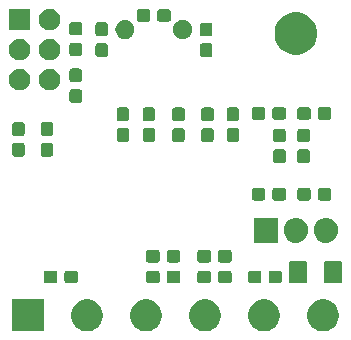
<source format=gbr>
G04 #@! TF.GenerationSoftware,KiCad,Pcbnew,5.1.6-c6e7f7d~86~ubuntu18.04.1*
G04 #@! TF.CreationDate,2020-05-23T21:04:01+02:00*
G04 #@! TF.ProjectId,sci2can,73636932-6361-46e2-9e6b-696361645f70,1.00*
G04 #@! TF.SameCoordinates,Original*
G04 #@! TF.FileFunction,Soldermask,Bot*
G04 #@! TF.FilePolarity,Negative*
%FSLAX46Y46*%
G04 Gerber Fmt 4.6, Leading zero omitted, Abs format (unit mm)*
G04 Created by KiCad (PCBNEW 5.1.6-c6e7f7d~86~ubuntu18.04.1) date 2020-05-23 21:04:01*
%MOMM*%
%LPD*%
G01*
G04 APERTURE LIST*
%ADD10C,0.100000*%
G04 APERTURE END LIST*
D10*
G36*
X224594072Y-158350918D02*
G01*
X224839939Y-158452759D01*
X225061212Y-158600610D01*
X225249390Y-158788788D01*
X225397241Y-159010061D01*
X225499082Y-159255928D01*
X225551000Y-159516938D01*
X225551000Y-159783062D01*
X225499082Y-160044072D01*
X225397241Y-160289939D01*
X225249390Y-160511212D01*
X225061212Y-160699390D01*
X224839939Y-160847241D01*
X224839938Y-160847242D01*
X224839937Y-160847242D01*
X224594072Y-160949082D01*
X224333063Y-161001000D01*
X224066937Y-161001000D01*
X223805928Y-160949082D01*
X223560063Y-160847242D01*
X223560062Y-160847242D01*
X223560061Y-160847241D01*
X223338788Y-160699390D01*
X223150610Y-160511212D01*
X223002759Y-160289939D01*
X222900918Y-160044072D01*
X222849000Y-159783062D01*
X222849000Y-159516938D01*
X222900918Y-159255928D01*
X223002759Y-159010061D01*
X223150610Y-158788788D01*
X223338788Y-158600610D01*
X223560061Y-158452759D01*
X223805928Y-158350918D01*
X224066937Y-158299000D01*
X224333063Y-158299000D01*
X224594072Y-158350918D01*
G37*
G36*
X214594072Y-158350918D02*
G01*
X214839939Y-158452759D01*
X215061212Y-158600610D01*
X215249390Y-158788788D01*
X215397241Y-159010061D01*
X215499082Y-159255928D01*
X215551000Y-159516938D01*
X215551000Y-159783062D01*
X215499082Y-160044072D01*
X215397241Y-160289939D01*
X215249390Y-160511212D01*
X215061212Y-160699390D01*
X214839939Y-160847241D01*
X214839938Y-160847242D01*
X214839937Y-160847242D01*
X214594072Y-160949082D01*
X214333063Y-161001000D01*
X214066937Y-161001000D01*
X213805928Y-160949082D01*
X213560063Y-160847242D01*
X213560062Y-160847242D01*
X213560061Y-160847241D01*
X213338788Y-160699390D01*
X213150610Y-160511212D01*
X213002759Y-160289939D01*
X212900918Y-160044072D01*
X212849000Y-159783062D01*
X212849000Y-159516938D01*
X212900918Y-159255928D01*
X213002759Y-159010061D01*
X213150610Y-158788788D01*
X213338788Y-158600610D01*
X213560061Y-158452759D01*
X213805928Y-158350918D01*
X214066937Y-158299000D01*
X214333063Y-158299000D01*
X214594072Y-158350918D01*
G37*
G36*
X209594072Y-158350918D02*
G01*
X209839939Y-158452759D01*
X210061212Y-158600610D01*
X210249390Y-158788788D01*
X210397241Y-159010061D01*
X210499082Y-159255928D01*
X210551000Y-159516938D01*
X210551000Y-159783062D01*
X210499082Y-160044072D01*
X210397241Y-160289939D01*
X210249390Y-160511212D01*
X210061212Y-160699390D01*
X209839939Y-160847241D01*
X209839938Y-160847242D01*
X209839937Y-160847242D01*
X209594072Y-160949082D01*
X209333063Y-161001000D01*
X209066937Y-161001000D01*
X208805928Y-160949082D01*
X208560063Y-160847242D01*
X208560062Y-160847242D01*
X208560061Y-160847241D01*
X208338788Y-160699390D01*
X208150610Y-160511212D01*
X208002759Y-160289939D01*
X207900918Y-160044072D01*
X207849000Y-159783062D01*
X207849000Y-159516938D01*
X207900918Y-159255928D01*
X208002759Y-159010061D01*
X208150610Y-158788788D01*
X208338788Y-158600610D01*
X208560061Y-158452759D01*
X208805928Y-158350918D01*
X209066937Y-158299000D01*
X209333063Y-158299000D01*
X209594072Y-158350918D01*
G37*
G36*
X204594072Y-158350918D02*
G01*
X204839939Y-158452759D01*
X205061212Y-158600610D01*
X205249390Y-158788788D01*
X205397241Y-159010061D01*
X205499082Y-159255928D01*
X205551000Y-159516938D01*
X205551000Y-159783062D01*
X205499082Y-160044072D01*
X205397241Y-160289939D01*
X205249390Y-160511212D01*
X205061212Y-160699390D01*
X204839939Y-160847241D01*
X204839938Y-160847242D01*
X204839937Y-160847242D01*
X204594072Y-160949082D01*
X204333063Y-161001000D01*
X204066937Y-161001000D01*
X203805928Y-160949082D01*
X203560063Y-160847242D01*
X203560062Y-160847242D01*
X203560061Y-160847241D01*
X203338788Y-160699390D01*
X203150610Y-160511212D01*
X203002759Y-160289939D01*
X202900918Y-160044072D01*
X202849000Y-159783062D01*
X202849000Y-159516938D01*
X202900918Y-159255928D01*
X203002759Y-159010061D01*
X203150610Y-158788788D01*
X203338788Y-158600610D01*
X203560061Y-158452759D01*
X203805928Y-158350918D01*
X204066937Y-158299000D01*
X204333063Y-158299000D01*
X204594072Y-158350918D01*
G37*
G36*
X200551000Y-161001000D02*
G01*
X197849000Y-161001000D01*
X197849000Y-158299000D01*
X200551000Y-158299000D01*
X200551000Y-161001000D01*
G37*
G36*
X219594072Y-158350918D02*
G01*
X219839939Y-158452759D01*
X220061212Y-158600610D01*
X220249390Y-158788788D01*
X220397241Y-159010061D01*
X220499082Y-159255928D01*
X220551000Y-159516938D01*
X220551000Y-159783062D01*
X220499082Y-160044072D01*
X220397241Y-160289939D01*
X220249390Y-160511212D01*
X220061212Y-160699390D01*
X219839939Y-160847241D01*
X219839938Y-160847242D01*
X219839937Y-160847242D01*
X219594072Y-160949082D01*
X219333063Y-161001000D01*
X219066937Y-161001000D01*
X218805928Y-160949082D01*
X218560063Y-160847242D01*
X218560062Y-160847242D01*
X218560061Y-160847241D01*
X218338788Y-160699390D01*
X218150610Y-160511212D01*
X218002759Y-160289939D01*
X217900918Y-160044072D01*
X217849000Y-159783062D01*
X217849000Y-159516938D01*
X217900918Y-159255928D01*
X218002759Y-159010061D01*
X218150610Y-158788788D01*
X218338788Y-158600610D01*
X218560061Y-158452759D01*
X218805928Y-158350918D01*
X219066937Y-158299000D01*
X219333063Y-158299000D01*
X219594072Y-158350918D01*
G37*
G36*
X214539499Y-155878445D02*
G01*
X214576995Y-155889820D01*
X214611554Y-155908292D01*
X214641847Y-155933153D01*
X214666708Y-155963446D01*
X214685180Y-155998005D01*
X214696555Y-156035501D01*
X214701000Y-156080638D01*
X214701000Y-156719362D01*
X214696555Y-156764499D01*
X214685180Y-156801995D01*
X214666708Y-156836554D01*
X214641847Y-156866847D01*
X214611554Y-156891708D01*
X214576995Y-156910180D01*
X214539499Y-156921555D01*
X214494362Y-156926000D01*
X213755638Y-156926000D01*
X213710501Y-156921555D01*
X213673005Y-156910180D01*
X213638446Y-156891708D01*
X213608153Y-156866847D01*
X213583292Y-156836554D01*
X213564820Y-156801995D01*
X213553445Y-156764499D01*
X213549000Y-156719362D01*
X213549000Y-156080638D01*
X213553445Y-156035501D01*
X213564820Y-155998005D01*
X213583292Y-155963446D01*
X213608153Y-155933153D01*
X213638446Y-155908292D01*
X213673005Y-155889820D01*
X213710501Y-155878445D01*
X213755638Y-155874000D01*
X214494362Y-155874000D01*
X214539499Y-155878445D01*
G37*
G36*
X210189499Y-155878445D02*
G01*
X210226995Y-155889820D01*
X210261554Y-155908292D01*
X210291847Y-155933153D01*
X210316708Y-155963446D01*
X210335180Y-155998005D01*
X210346555Y-156035501D01*
X210351000Y-156080638D01*
X210351000Y-156719362D01*
X210346555Y-156764499D01*
X210335180Y-156801995D01*
X210316708Y-156836554D01*
X210291847Y-156866847D01*
X210261554Y-156891708D01*
X210226995Y-156910180D01*
X210189499Y-156921555D01*
X210144362Y-156926000D01*
X209405638Y-156926000D01*
X209360501Y-156921555D01*
X209323005Y-156910180D01*
X209288446Y-156891708D01*
X209258153Y-156866847D01*
X209233292Y-156836554D01*
X209214820Y-156801995D01*
X209203445Y-156764499D01*
X209199000Y-156719362D01*
X209199000Y-156080638D01*
X209203445Y-156035501D01*
X209214820Y-155998005D01*
X209233292Y-155963446D01*
X209258153Y-155933153D01*
X209288446Y-155908292D01*
X209323005Y-155889820D01*
X209360501Y-155878445D01*
X209405638Y-155874000D01*
X210144362Y-155874000D01*
X210189499Y-155878445D01*
G37*
G36*
X211939499Y-155878445D02*
G01*
X211976995Y-155889820D01*
X212011554Y-155908292D01*
X212041847Y-155933153D01*
X212066708Y-155963446D01*
X212085180Y-155998005D01*
X212096555Y-156035501D01*
X212101000Y-156080638D01*
X212101000Y-156719362D01*
X212096555Y-156764499D01*
X212085180Y-156801995D01*
X212066708Y-156836554D01*
X212041847Y-156866847D01*
X212011554Y-156891708D01*
X211976995Y-156910180D01*
X211939499Y-156921555D01*
X211894362Y-156926000D01*
X211155638Y-156926000D01*
X211110501Y-156921555D01*
X211073005Y-156910180D01*
X211038446Y-156891708D01*
X211008153Y-156866847D01*
X210983292Y-156836554D01*
X210964820Y-156801995D01*
X210953445Y-156764499D01*
X210949000Y-156719362D01*
X210949000Y-156080638D01*
X210953445Y-156035501D01*
X210964820Y-155998005D01*
X210983292Y-155963446D01*
X211008153Y-155933153D01*
X211038446Y-155908292D01*
X211073005Y-155889820D01*
X211110501Y-155878445D01*
X211155638Y-155874000D01*
X211894362Y-155874000D01*
X211939499Y-155878445D01*
G37*
G36*
X225650562Y-155078181D02*
G01*
X225685481Y-155088774D01*
X225717663Y-155105976D01*
X225745873Y-155129127D01*
X225769024Y-155157337D01*
X225786226Y-155189519D01*
X225796819Y-155224438D01*
X225801000Y-155266895D01*
X225801000Y-156733105D01*
X225796819Y-156775562D01*
X225786226Y-156810481D01*
X225769024Y-156842663D01*
X225745873Y-156870873D01*
X225717663Y-156894024D01*
X225685481Y-156911226D01*
X225650562Y-156921819D01*
X225608105Y-156926000D01*
X224466895Y-156926000D01*
X224424438Y-156921819D01*
X224389519Y-156911226D01*
X224357337Y-156894024D01*
X224329127Y-156870873D01*
X224305976Y-156842663D01*
X224288774Y-156810481D01*
X224278181Y-156775562D01*
X224274000Y-156733105D01*
X224274000Y-155266895D01*
X224278181Y-155224438D01*
X224288774Y-155189519D01*
X224305976Y-155157337D01*
X224329127Y-155129127D01*
X224357337Y-155105976D01*
X224389519Y-155088774D01*
X224424438Y-155078181D01*
X224466895Y-155074000D01*
X225608105Y-155074000D01*
X225650562Y-155078181D01*
G37*
G36*
X222675562Y-155078181D02*
G01*
X222710481Y-155088774D01*
X222742663Y-155105976D01*
X222770873Y-155129127D01*
X222794024Y-155157337D01*
X222811226Y-155189519D01*
X222821819Y-155224438D01*
X222826000Y-155266895D01*
X222826000Y-156733105D01*
X222821819Y-156775562D01*
X222811226Y-156810481D01*
X222794024Y-156842663D01*
X222770873Y-156870873D01*
X222742663Y-156894024D01*
X222710481Y-156911226D01*
X222675562Y-156921819D01*
X222633105Y-156926000D01*
X221491895Y-156926000D01*
X221449438Y-156921819D01*
X221414519Y-156911226D01*
X221382337Y-156894024D01*
X221354127Y-156870873D01*
X221330976Y-156842663D01*
X221313774Y-156810481D01*
X221303181Y-156775562D01*
X221299000Y-156733105D01*
X221299000Y-155266895D01*
X221303181Y-155224438D01*
X221313774Y-155189519D01*
X221330976Y-155157337D01*
X221354127Y-155129127D01*
X221382337Y-155105976D01*
X221414519Y-155088774D01*
X221449438Y-155078181D01*
X221491895Y-155074000D01*
X222633105Y-155074000D01*
X222675562Y-155078181D01*
G37*
G36*
X220564499Y-155878445D02*
G01*
X220601995Y-155889820D01*
X220636554Y-155908292D01*
X220666847Y-155933153D01*
X220691708Y-155963446D01*
X220710180Y-155998005D01*
X220721555Y-156035501D01*
X220726000Y-156080638D01*
X220726000Y-156719362D01*
X220721555Y-156764499D01*
X220710180Y-156801995D01*
X220691708Y-156836554D01*
X220666847Y-156866847D01*
X220636554Y-156891708D01*
X220601995Y-156910180D01*
X220564499Y-156921555D01*
X220519362Y-156926000D01*
X219780638Y-156926000D01*
X219735501Y-156921555D01*
X219698005Y-156910180D01*
X219663446Y-156891708D01*
X219633153Y-156866847D01*
X219608292Y-156836554D01*
X219589820Y-156801995D01*
X219578445Y-156764499D01*
X219574000Y-156719362D01*
X219574000Y-156080638D01*
X219578445Y-156035501D01*
X219589820Y-155998005D01*
X219608292Y-155963446D01*
X219633153Y-155933153D01*
X219663446Y-155908292D01*
X219698005Y-155889820D01*
X219735501Y-155878445D01*
X219780638Y-155874000D01*
X220519362Y-155874000D01*
X220564499Y-155878445D01*
G37*
G36*
X218814499Y-155878445D02*
G01*
X218851995Y-155889820D01*
X218886554Y-155908292D01*
X218916847Y-155933153D01*
X218941708Y-155963446D01*
X218960180Y-155998005D01*
X218971555Y-156035501D01*
X218976000Y-156080638D01*
X218976000Y-156719362D01*
X218971555Y-156764499D01*
X218960180Y-156801995D01*
X218941708Y-156836554D01*
X218916847Y-156866847D01*
X218886554Y-156891708D01*
X218851995Y-156910180D01*
X218814499Y-156921555D01*
X218769362Y-156926000D01*
X218030638Y-156926000D01*
X217985501Y-156921555D01*
X217948005Y-156910180D01*
X217913446Y-156891708D01*
X217883153Y-156866847D01*
X217858292Y-156836554D01*
X217839820Y-156801995D01*
X217828445Y-156764499D01*
X217824000Y-156719362D01*
X217824000Y-156080638D01*
X217828445Y-156035501D01*
X217839820Y-155998005D01*
X217858292Y-155963446D01*
X217883153Y-155933153D01*
X217913446Y-155908292D01*
X217948005Y-155889820D01*
X217985501Y-155878445D01*
X218030638Y-155874000D01*
X218769362Y-155874000D01*
X218814499Y-155878445D01*
G37*
G36*
X216289499Y-155878445D02*
G01*
X216326995Y-155889820D01*
X216361554Y-155908292D01*
X216391847Y-155933153D01*
X216416708Y-155963446D01*
X216435180Y-155998005D01*
X216446555Y-156035501D01*
X216451000Y-156080638D01*
X216451000Y-156719362D01*
X216446555Y-156764499D01*
X216435180Y-156801995D01*
X216416708Y-156836554D01*
X216391847Y-156866847D01*
X216361554Y-156891708D01*
X216326995Y-156910180D01*
X216289499Y-156921555D01*
X216244362Y-156926000D01*
X215505638Y-156926000D01*
X215460501Y-156921555D01*
X215423005Y-156910180D01*
X215388446Y-156891708D01*
X215358153Y-156866847D01*
X215333292Y-156836554D01*
X215314820Y-156801995D01*
X215303445Y-156764499D01*
X215299000Y-156719362D01*
X215299000Y-156080638D01*
X215303445Y-156035501D01*
X215314820Y-155998005D01*
X215333292Y-155963446D01*
X215358153Y-155933153D01*
X215388446Y-155908292D01*
X215423005Y-155889820D01*
X215460501Y-155878445D01*
X215505638Y-155874000D01*
X216244362Y-155874000D01*
X216289499Y-155878445D01*
G37*
G36*
X201539499Y-155878445D02*
G01*
X201576995Y-155889820D01*
X201611554Y-155908292D01*
X201641847Y-155933153D01*
X201666708Y-155963446D01*
X201685180Y-155998005D01*
X201696555Y-156035501D01*
X201701000Y-156080638D01*
X201701000Y-156719362D01*
X201696555Y-156764499D01*
X201685180Y-156801995D01*
X201666708Y-156836554D01*
X201641847Y-156866847D01*
X201611554Y-156891708D01*
X201576995Y-156910180D01*
X201539499Y-156921555D01*
X201494362Y-156926000D01*
X200755638Y-156926000D01*
X200710501Y-156921555D01*
X200673005Y-156910180D01*
X200638446Y-156891708D01*
X200608153Y-156866847D01*
X200583292Y-156836554D01*
X200564820Y-156801995D01*
X200553445Y-156764499D01*
X200549000Y-156719362D01*
X200549000Y-156080638D01*
X200553445Y-156035501D01*
X200564820Y-155998005D01*
X200583292Y-155963446D01*
X200608153Y-155933153D01*
X200638446Y-155908292D01*
X200673005Y-155889820D01*
X200710501Y-155878445D01*
X200755638Y-155874000D01*
X201494362Y-155874000D01*
X201539499Y-155878445D01*
G37*
G36*
X203289499Y-155878445D02*
G01*
X203326995Y-155889820D01*
X203361554Y-155908292D01*
X203391847Y-155933153D01*
X203416708Y-155963446D01*
X203435180Y-155998005D01*
X203446555Y-156035501D01*
X203451000Y-156080638D01*
X203451000Y-156719362D01*
X203446555Y-156764499D01*
X203435180Y-156801995D01*
X203416708Y-156836554D01*
X203391847Y-156866847D01*
X203361554Y-156891708D01*
X203326995Y-156910180D01*
X203289499Y-156921555D01*
X203244362Y-156926000D01*
X202505638Y-156926000D01*
X202460501Y-156921555D01*
X202423005Y-156910180D01*
X202388446Y-156891708D01*
X202358153Y-156866847D01*
X202333292Y-156836554D01*
X202314820Y-156801995D01*
X202303445Y-156764499D01*
X202299000Y-156719362D01*
X202299000Y-156080638D01*
X202303445Y-156035501D01*
X202314820Y-155998005D01*
X202333292Y-155963446D01*
X202358153Y-155933153D01*
X202388446Y-155908292D01*
X202423005Y-155889820D01*
X202460501Y-155878445D01*
X202505638Y-155874000D01*
X203244362Y-155874000D01*
X203289499Y-155878445D01*
G37*
G36*
X216289499Y-154128445D02*
G01*
X216326995Y-154139820D01*
X216361554Y-154158292D01*
X216391847Y-154183153D01*
X216416708Y-154213446D01*
X216435180Y-154248005D01*
X216446555Y-154285501D01*
X216451000Y-154330638D01*
X216451000Y-154969362D01*
X216446555Y-155014499D01*
X216435180Y-155051995D01*
X216416708Y-155086554D01*
X216391847Y-155116847D01*
X216361554Y-155141708D01*
X216326995Y-155160180D01*
X216289499Y-155171555D01*
X216244362Y-155176000D01*
X215505638Y-155176000D01*
X215460501Y-155171555D01*
X215423005Y-155160180D01*
X215388446Y-155141708D01*
X215358153Y-155116847D01*
X215333292Y-155086554D01*
X215314820Y-155051995D01*
X215303445Y-155014499D01*
X215299000Y-154969362D01*
X215299000Y-154330638D01*
X215303445Y-154285501D01*
X215314820Y-154248005D01*
X215333292Y-154213446D01*
X215358153Y-154183153D01*
X215388446Y-154158292D01*
X215423005Y-154139820D01*
X215460501Y-154128445D01*
X215505638Y-154124000D01*
X216244362Y-154124000D01*
X216289499Y-154128445D01*
G37*
G36*
X211939499Y-154128445D02*
G01*
X211976995Y-154139820D01*
X212011554Y-154158292D01*
X212041847Y-154183153D01*
X212066708Y-154213446D01*
X212085180Y-154248005D01*
X212096555Y-154285501D01*
X212101000Y-154330638D01*
X212101000Y-154969362D01*
X212096555Y-155014499D01*
X212085180Y-155051995D01*
X212066708Y-155086554D01*
X212041847Y-155116847D01*
X212011554Y-155141708D01*
X211976995Y-155160180D01*
X211939499Y-155171555D01*
X211894362Y-155176000D01*
X211155638Y-155176000D01*
X211110501Y-155171555D01*
X211073005Y-155160180D01*
X211038446Y-155141708D01*
X211008153Y-155116847D01*
X210983292Y-155086554D01*
X210964820Y-155051995D01*
X210953445Y-155014499D01*
X210949000Y-154969362D01*
X210949000Y-154330638D01*
X210953445Y-154285501D01*
X210964820Y-154248005D01*
X210983292Y-154213446D01*
X211008153Y-154183153D01*
X211038446Y-154158292D01*
X211073005Y-154139820D01*
X211110501Y-154128445D01*
X211155638Y-154124000D01*
X211894362Y-154124000D01*
X211939499Y-154128445D01*
G37*
G36*
X214539499Y-154128445D02*
G01*
X214576995Y-154139820D01*
X214611554Y-154158292D01*
X214641847Y-154183153D01*
X214666708Y-154213446D01*
X214685180Y-154248005D01*
X214696555Y-154285501D01*
X214701000Y-154330638D01*
X214701000Y-154969362D01*
X214696555Y-155014499D01*
X214685180Y-155051995D01*
X214666708Y-155086554D01*
X214641847Y-155116847D01*
X214611554Y-155141708D01*
X214576995Y-155160180D01*
X214539499Y-155171555D01*
X214494362Y-155176000D01*
X213755638Y-155176000D01*
X213710501Y-155171555D01*
X213673005Y-155160180D01*
X213638446Y-155141708D01*
X213608153Y-155116847D01*
X213583292Y-155086554D01*
X213564820Y-155051995D01*
X213553445Y-155014499D01*
X213549000Y-154969362D01*
X213549000Y-154330638D01*
X213553445Y-154285501D01*
X213564820Y-154248005D01*
X213583292Y-154213446D01*
X213608153Y-154183153D01*
X213638446Y-154158292D01*
X213673005Y-154139820D01*
X213710501Y-154128445D01*
X213755638Y-154124000D01*
X214494362Y-154124000D01*
X214539499Y-154128445D01*
G37*
G36*
X210189499Y-154128445D02*
G01*
X210226995Y-154139820D01*
X210261554Y-154158292D01*
X210291847Y-154183153D01*
X210316708Y-154213446D01*
X210335180Y-154248005D01*
X210346555Y-154285501D01*
X210351000Y-154330638D01*
X210351000Y-154969362D01*
X210346555Y-155014499D01*
X210335180Y-155051995D01*
X210316708Y-155086554D01*
X210291847Y-155116847D01*
X210261554Y-155141708D01*
X210226995Y-155160180D01*
X210189499Y-155171555D01*
X210144362Y-155176000D01*
X209405638Y-155176000D01*
X209360501Y-155171555D01*
X209323005Y-155160180D01*
X209288446Y-155141708D01*
X209258153Y-155116847D01*
X209233292Y-155086554D01*
X209214820Y-155051995D01*
X209203445Y-155014499D01*
X209199000Y-154969362D01*
X209199000Y-154330638D01*
X209203445Y-154285501D01*
X209214820Y-154248005D01*
X209233292Y-154213446D01*
X209258153Y-154183153D01*
X209288446Y-154158292D01*
X209323005Y-154139820D01*
X209360501Y-154128445D01*
X209405638Y-154124000D01*
X210144362Y-154124000D01*
X210189499Y-154128445D01*
G37*
G36*
X224626719Y-151413520D02*
G01*
X224815880Y-151470901D01*
X224815883Y-151470902D01*
X224908333Y-151520318D01*
X224990212Y-151564083D01*
X225143015Y-151689485D01*
X225268417Y-151842288D01*
X225361599Y-152016619D01*
X225418980Y-152205780D01*
X225433500Y-152353206D01*
X225433500Y-152546793D01*
X225418980Y-152694219D01*
X225361599Y-152883380D01*
X225361598Y-152883383D01*
X225312182Y-152975833D01*
X225268417Y-153057712D01*
X225143015Y-153210515D01*
X224990212Y-153335917D01*
X224815881Y-153429099D01*
X224626720Y-153486480D01*
X224430000Y-153505855D01*
X224233281Y-153486480D01*
X224044120Y-153429099D01*
X223869788Y-153335917D01*
X223716985Y-153210515D01*
X223591583Y-153057712D01*
X223498401Y-152883381D01*
X223441020Y-152694220D01*
X223426500Y-152546794D01*
X223426500Y-152353207D01*
X223441020Y-152205781D01*
X223498401Y-152016620D01*
X223498402Y-152016617D01*
X223547818Y-151924167D01*
X223591583Y-151842288D01*
X223716985Y-151689485D01*
X223869788Y-151564083D01*
X224044119Y-151470901D01*
X224233280Y-151413520D01*
X224430000Y-151394145D01*
X224626719Y-151413520D01*
G37*
G36*
X222086719Y-151413520D02*
G01*
X222275880Y-151470901D01*
X222275883Y-151470902D01*
X222368333Y-151520318D01*
X222450212Y-151564083D01*
X222603015Y-151689485D01*
X222728417Y-151842288D01*
X222821599Y-152016619D01*
X222878980Y-152205780D01*
X222893500Y-152353206D01*
X222893500Y-152546793D01*
X222878980Y-152694219D01*
X222821599Y-152883380D01*
X222821598Y-152883383D01*
X222772182Y-152975833D01*
X222728417Y-153057712D01*
X222603015Y-153210515D01*
X222450212Y-153335917D01*
X222275881Y-153429099D01*
X222086720Y-153486480D01*
X221890000Y-153505855D01*
X221693281Y-153486480D01*
X221504120Y-153429099D01*
X221329788Y-153335917D01*
X221176985Y-153210515D01*
X221051583Y-153057712D01*
X220958401Y-152883381D01*
X220901020Y-152694220D01*
X220886500Y-152546794D01*
X220886500Y-152353207D01*
X220901020Y-152205781D01*
X220958401Y-152016620D01*
X220958402Y-152016617D01*
X221007818Y-151924167D01*
X221051583Y-151842288D01*
X221176985Y-151689485D01*
X221329788Y-151564083D01*
X221504119Y-151470901D01*
X221693280Y-151413520D01*
X221890000Y-151394145D01*
X222086719Y-151413520D01*
G37*
G36*
X220353500Y-153501000D02*
G01*
X218346500Y-153501000D01*
X218346500Y-151399000D01*
X220353500Y-151399000D01*
X220353500Y-153501000D01*
G37*
G36*
X222989499Y-148878445D02*
G01*
X223026995Y-148889820D01*
X223061554Y-148908292D01*
X223091847Y-148933153D01*
X223116708Y-148963446D01*
X223135180Y-148998005D01*
X223146555Y-149035501D01*
X223151000Y-149080638D01*
X223151000Y-149719362D01*
X223146555Y-149764499D01*
X223135180Y-149801995D01*
X223116708Y-149836554D01*
X223091847Y-149866847D01*
X223061554Y-149891708D01*
X223026995Y-149910180D01*
X222989499Y-149921555D01*
X222944362Y-149926000D01*
X222205638Y-149926000D01*
X222160501Y-149921555D01*
X222123005Y-149910180D01*
X222088446Y-149891708D01*
X222058153Y-149866847D01*
X222033292Y-149836554D01*
X222014820Y-149801995D01*
X222003445Y-149764499D01*
X221999000Y-149719362D01*
X221999000Y-149080638D01*
X222003445Y-149035501D01*
X222014820Y-148998005D01*
X222033292Y-148963446D01*
X222058153Y-148933153D01*
X222088446Y-148908292D01*
X222123005Y-148889820D01*
X222160501Y-148878445D01*
X222205638Y-148874000D01*
X222944362Y-148874000D01*
X222989499Y-148878445D01*
G37*
G36*
X224739499Y-148878445D02*
G01*
X224776995Y-148889820D01*
X224811554Y-148908292D01*
X224841847Y-148933153D01*
X224866708Y-148963446D01*
X224885180Y-148998005D01*
X224896555Y-149035501D01*
X224901000Y-149080638D01*
X224901000Y-149719362D01*
X224896555Y-149764499D01*
X224885180Y-149801995D01*
X224866708Y-149836554D01*
X224841847Y-149866847D01*
X224811554Y-149891708D01*
X224776995Y-149910180D01*
X224739499Y-149921555D01*
X224694362Y-149926000D01*
X223955638Y-149926000D01*
X223910501Y-149921555D01*
X223873005Y-149910180D01*
X223838446Y-149891708D01*
X223808153Y-149866847D01*
X223783292Y-149836554D01*
X223764820Y-149801995D01*
X223753445Y-149764499D01*
X223749000Y-149719362D01*
X223749000Y-149080638D01*
X223753445Y-149035501D01*
X223764820Y-148998005D01*
X223783292Y-148963446D01*
X223808153Y-148933153D01*
X223838446Y-148908292D01*
X223873005Y-148889820D01*
X223910501Y-148878445D01*
X223955638Y-148874000D01*
X224694362Y-148874000D01*
X224739499Y-148878445D01*
G37*
G36*
X220889499Y-148878445D02*
G01*
X220926995Y-148889820D01*
X220961554Y-148908292D01*
X220991847Y-148933153D01*
X221016708Y-148963446D01*
X221035180Y-148998005D01*
X221046555Y-149035501D01*
X221051000Y-149080638D01*
X221051000Y-149719362D01*
X221046555Y-149764499D01*
X221035180Y-149801995D01*
X221016708Y-149836554D01*
X220991847Y-149866847D01*
X220961554Y-149891708D01*
X220926995Y-149910180D01*
X220889499Y-149921555D01*
X220844362Y-149926000D01*
X220105638Y-149926000D01*
X220060501Y-149921555D01*
X220023005Y-149910180D01*
X219988446Y-149891708D01*
X219958153Y-149866847D01*
X219933292Y-149836554D01*
X219914820Y-149801995D01*
X219903445Y-149764499D01*
X219899000Y-149719362D01*
X219899000Y-149080638D01*
X219903445Y-149035501D01*
X219914820Y-148998005D01*
X219933292Y-148963446D01*
X219958153Y-148933153D01*
X219988446Y-148908292D01*
X220023005Y-148889820D01*
X220060501Y-148878445D01*
X220105638Y-148874000D01*
X220844362Y-148874000D01*
X220889499Y-148878445D01*
G37*
G36*
X219139499Y-148878445D02*
G01*
X219176995Y-148889820D01*
X219211554Y-148908292D01*
X219241847Y-148933153D01*
X219266708Y-148963446D01*
X219285180Y-148998005D01*
X219296555Y-149035501D01*
X219301000Y-149080638D01*
X219301000Y-149719362D01*
X219296555Y-149764499D01*
X219285180Y-149801995D01*
X219266708Y-149836554D01*
X219241847Y-149866847D01*
X219211554Y-149891708D01*
X219176995Y-149910180D01*
X219139499Y-149921555D01*
X219094362Y-149926000D01*
X218355638Y-149926000D01*
X218310501Y-149921555D01*
X218273005Y-149910180D01*
X218238446Y-149891708D01*
X218208153Y-149866847D01*
X218183292Y-149836554D01*
X218164820Y-149801995D01*
X218153445Y-149764499D01*
X218149000Y-149719362D01*
X218149000Y-149080638D01*
X218153445Y-149035501D01*
X218164820Y-148998005D01*
X218183292Y-148963446D01*
X218208153Y-148933153D01*
X218238446Y-148908292D01*
X218273005Y-148889820D01*
X218310501Y-148878445D01*
X218355638Y-148874000D01*
X219094362Y-148874000D01*
X219139499Y-148878445D01*
G37*
G36*
X220864499Y-145603445D02*
G01*
X220901995Y-145614820D01*
X220936554Y-145633292D01*
X220966847Y-145658153D01*
X220991708Y-145688446D01*
X221010180Y-145723005D01*
X221021555Y-145760501D01*
X221026000Y-145805638D01*
X221026000Y-146544362D01*
X221021555Y-146589499D01*
X221010180Y-146626995D01*
X220991708Y-146661554D01*
X220966847Y-146691847D01*
X220936554Y-146716708D01*
X220901995Y-146735180D01*
X220864499Y-146746555D01*
X220819362Y-146751000D01*
X220180638Y-146751000D01*
X220135501Y-146746555D01*
X220098005Y-146735180D01*
X220063446Y-146716708D01*
X220033153Y-146691847D01*
X220008292Y-146661554D01*
X219989820Y-146626995D01*
X219978445Y-146589499D01*
X219974000Y-146544362D01*
X219974000Y-145805638D01*
X219978445Y-145760501D01*
X219989820Y-145723005D01*
X220008292Y-145688446D01*
X220033153Y-145658153D01*
X220063446Y-145633292D01*
X220098005Y-145614820D01*
X220135501Y-145603445D01*
X220180638Y-145599000D01*
X220819362Y-145599000D01*
X220864499Y-145603445D01*
G37*
G36*
X222914499Y-145603445D02*
G01*
X222951995Y-145614820D01*
X222986554Y-145633292D01*
X223016847Y-145658153D01*
X223041708Y-145688446D01*
X223060180Y-145723005D01*
X223071555Y-145760501D01*
X223076000Y-145805638D01*
X223076000Y-146544362D01*
X223071555Y-146589499D01*
X223060180Y-146626995D01*
X223041708Y-146661554D01*
X223016847Y-146691847D01*
X222986554Y-146716708D01*
X222951995Y-146735180D01*
X222914499Y-146746555D01*
X222869362Y-146751000D01*
X222230638Y-146751000D01*
X222185501Y-146746555D01*
X222148005Y-146735180D01*
X222113446Y-146716708D01*
X222083153Y-146691847D01*
X222058292Y-146661554D01*
X222039820Y-146626995D01*
X222028445Y-146589499D01*
X222024000Y-146544362D01*
X222024000Y-145805638D01*
X222028445Y-145760501D01*
X222039820Y-145723005D01*
X222058292Y-145688446D01*
X222083153Y-145658153D01*
X222113446Y-145633292D01*
X222148005Y-145614820D01*
X222185501Y-145603445D01*
X222230638Y-145599000D01*
X222869362Y-145599000D01*
X222914499Y-145603445D01*
G37*
G36*
X198764499Y-145053445D02*
G01*
X198801995Y-145064820D01*
X198836554Y-145083292D01*
X198866847Y-145108153D01*
X198891708Y-145138446D01*
X198910180Y-145173005D01*
X198921555Y-145210501D01*
X198926000Y-145255638D01*
X198926000Y-145994362D01*
X198921555Y-146039499D01*
X198910180Y-146076995D01*
X198891708Y-146111554D01*
X198866847Y-146141847D01*
X198836554Y-146166708D01*
X198801995Y-146185180D01*
X198764499Y-146196555D01*
X198719362Y-146201000D01*
X198080638Y-146201000D01*
X198035501Y-146196555D01*
X197998005Y-146185180D01*
X197963446Y-146166708D01*
X197933153Y-146141847D01*
X197908292Y-146111554D01*
X197889820Y-146076995D01*
X197878445Y-146039499D01*
X197874000Y-145994362D01*
X197874000Y-145255638D01*
X197878445Y-145210501D01*
X197889820Y-145173005D01*
X197908292Y-145138446D01*
X197933153Y-145108153D01*
X197963446Y-145083292D01*
X197998005Y-145064820D01*
X198035501Y-145053445D01*
X198080638Y-145049000D01*
X198719362Y-145049000D01*
X198764499Y-145053445D01*
G37*
G36*
X201164499Y-145053445D02*
G01*
X201201995Y-145064820D01*
X201236554Y-145083292D01*
X201266847Y-145108153D01*
X201291708Y-145138446D01*
X201310180Y-145173005D01*
X201321555Y-145210501D01*
X201326000Y-145255638D01*
X201326000Y-145994362D01*
X201321555Y-146039499D01*
X201310180Y-146076995D01*
X201291708Y-146111554D01*
X201266847Y-146141847D01*
X201236554Y-146166708D01*
X201201995Y-146185180D01*
X201164499Y-146196555D01*
X201119362Y-146201000D01*
X200480638Y-146201000D01*
X200435501Y-146196555D01*
X200398005Y-146185180D01*
X200363446Y-146166708D01*
X200333153Y-146141847D01*
X200308292Y-146111554D01*
X200289820Y-146076995D01*
X200278445Y-146039499D01*
X200274000Y-145994362D01*
X200274000Y-145255638D01*
X200278445Y-145210501D01*
X200289820Y-145173005D01*
X200308292Y-145138446D01*
X200333153Y-145108153D01*
X200363446Y-145083292D01*
X200398005Y-145064820D01*
X200435501Y-145053445D01*
X200480638Y-145049000D01*
X201119362Y-145049000D01*
X201164499Y-145053445D01*
G37*
G36*
X222914499Y-143853445D02*
G01*
X222951995Y-143864820D01*
X222986554Y-143883292D01*
X223016847Y-143908153D01*
X223041708Y-143938446D01*
X223060180Y-143973005D01*
X223071555Y-144010501D01*
X223076000Y-144055638D01*
X223076000Y-144794362D01*
X223071555Y-144839499D01*
X223060180Y-144876995D01*
X223041708Y-144911554D01*
X223016847Y-144941847D01*
X222986554Y-144966708D01*
X222951995Y-144985180D01*
X222914499Y-144996555D01*
X222869362Y-145001000D01*
X222230638Y-145001000D01*
X222185501Y-144996555D01*
X222148005Y-144985180D01*
X222113446Y-144966708D01*
X222083153Y-144941847D01*
X222058292Y-144911554D01*
X222039820Y-144876995D01*
X222028445Y-144839499D01*
X222024000Y-144794362D01*
X222024000Y-144055638D01*
X222028445Y-144010501D01*
X222039820Y-143973005D01*
X222058292Y-143938446D01*
X222083153Y-143908153D01*
X222113446Y-143883292D01*
X222148005Y-143864820D01*
X222185501Y-143853445D01*
X222230638Y-143849000D01*
X222869362Y-143849000D01*
X222914499Y-143853445D01*
G37*
G36*
X220864499Y-143853445D02*
G01*
X220901995Y-143864820D01*
X220936554Y-143883292D01*
X220966847Y-143908153D01*
X220991708Y-143938446D01*
X221010180Y-143973005D01*
X221021555Y-144010501D01*
X221026000Y-144055638D01*
X221026000Y-144794362D01*
X221021555Y-144839499D01*
X221010180Y-144876995D01*
X220991708Y-144911554D01*
X220966847Y-144941847D01*
X220936554Y-144966708D01*
X220901995Y-144985180D01*
X220864499Y-144996555D01*
X220819362Y-145001000D01*
X220180638Y-145001000D01*
X220135501Y-144996555D01*
X220098005Y-144985180D01*
X220063446Y-144966708D01*
X220033153Y-144941847D01*
X220008292Y-144911554D01*
X219989820Y-144876995D01*
X219978445Y-144839499D01*
X219974000Y-144794362D01*
X219974000Y-144055638D01*
X219978445Y-144010501D01*
X219989820Y-143973005D01*
X220008292Y-143938446D01*
X220033153Y-143908153D01*
X220063446Y-143883292D01*
X220098005Y-143864820D01*
X220135501Y-143853445D01*
X220180638Y-143849000D01*
X220819362Y-143849000D01*
X220864499Y-143853445D01*
G37*
G36*
X209814499Y-143803445D02*
G01*
X209851995Y-143814820D01*
X209886554Y-143833292D01*
X209916847Y-143858153D01*
X209941708Y-143888446D01*
X209960180Y-143923005D01*
X209971555Y-143960501D01*
X209976000Y-144005638D01*
X209976000Y-144744362D01*
X209971555Y-144789499D01*
X209960180Y-144826995D01*
X209941708Y-144861554D01*
X209916847Y-144891847D01*
X209886554Y-144916708D01*
X209851995Y-144935180D01*
X209814499Y-144946555D01*
X209769362Y-144951000D01*
X209130638Y-144951000D01*
X209085501Y-144946555D01*
X209048005Y-144935180D01*
X209013446Y-144916708D01*
X208983153Y-144891847D01*
X208958292Y-144861554D01*
X208939820Y-144826995D01*
X208928445Y-144789499D01*
X208924000Y-144744362D01*
X208924000Y-144005638D01*
X208928445Y-143960501D01*
X208939820Y-143923005D01*
X208958292Y-143888446D01*
X208983153Y-143858153D01*
X209013446Y-143833292D01*
X209048005Y-143814820D01*
X209085501Y-143803445D01*
X209130638Y-143799000D01*
X209769362Y-143799000D01*
X209814499Y-143803445D01*
G37*
G36*
X212314499Y-143803445D02*
G01*
X212351995Y-143814820D01*
X212386554Y-143833292D01*
X212416847Y-143858153D01*
X212441708Y-143888446D01*
X212460180Y-143923005D01*
X212471555Y-143960501D01*
X212476000Y-144005638D01*
X212476000Y-144744362D01*
X212471555Y-144789499D01*
X212460180Y-144826995D01*
X212441708Y-144861554D01*
X212416847Y-144891847D01*
X212386554Y-144916708D01*
X212351995Y-144935180D01*
X212314499Y-144946555D01*
X212269362Y-144951000D01*
X211630638Y-144951000D01*
X211585501Y-144946555D01*
X211548005Y-144935180D01*
X211513446Y-144916708D01*
X211483153Y-144891847D01*
X211458292Y-144861554D01*
X211439820Y-144826995D01*
X211428445Y-144789499D01*
X211424000Y-144744362D01*
X211424000Y-144005638D01*
X211428445Y-143960501D01*
X211439820Y-143923005D01*
X211458292Y-143888446D01*
X211483153Y-143858153D01*
X211513446Y-143833292D01*
X211548005Y-143814820D01*
X211585501Y-143803445D01*
X211630638Y-143799000D01*
X212269362Y-143799000D01*
X212314499Y-143803445D01*
G37*
G36*
X216914499Y-143803445D02*
G01*
X216951995Y-143814820D01*
X216986554Y-143833292D01*
X217016847Y-143858153D01*
X217041708Y-143888446D01*
X217060180Y-143923005D01*
X217071555Y-143960501D01*
X217076000Y-144005638D01*
X217076000Y-144744362D01*
X217071555Y-144789499D01*
X217060180Y-144826995D01*
X217041708Y-144861554D01*
X217016847Y-144891847D01*
X216986554Y-144916708D01*
X216951995Y-144935180D01*
X216914499Y-144946555D01*
X216869362Y-144951000D01*
X216230638Y-144951000D01*
X216185501Y-144946555D01*
X216148005Y-144935180D01*
X216113446Y-144916708D01*
X216083153Y-144891847D01*
X216058292Y-144861554D01*
X216039820Y-144826995D01*
X216028445Y-144789499D01*
X216024000Y-144744362D01*
X216024000Y-144005638D01*
X216028445Y-143960501D01*
X216039820Y-143923005D01*
X216058292Y-143888446D01*
X216083153Y-143858153D01*
X216113446Y-143833292D01*
X216148005Y-143814820D01*
X216185501Y-143803445D01*
X216230638Y-143799000D01*
X216869362Y-143799000D01*
X216914499Y-143803445D01*
G37*
G36*
X214764499Y-143803445D02*
G01*
X214801995Y-143814820D01*
X214836554Y-143833292D01*
X214866847Y-143858153D01*
X214891708Y-143888446D01*
X214910180Y-143923005D01*
X214921555Y-143960501D01*
X214926000Y-144005638D01*
X214926000Y-144744362D01*
X214921555Y-144789499D01*
X214910180Y-144826995D01*
X214891708Y-144861554D01*
X214866847Y-144891847D01*
X214836554Y-144916708D01*
X214801995Y-144935180D01*
X214764499Y-144946555D01*
X214719362Y-144951000D01*
X214080638Y-144951000D01*
X214035501Y-144946555D01*
X213998005Y-144935180D01*
X213963446Y-144916708D01*
X213933153Y-144891847D01*
X213908292Y-144861554D01*
X213889820Y-144826995D01*
X213878445Y-144789499D01*
X213874000Y-144744362D01*
X213874000Y-144005638D01*
X213878445Y-143960501D01*
X213889820Y-143923005D01*
X213908292Y-143888446D01*
X213933153Y-143858153D01*
X213963446Y-143833292D01*
X213998005Y-143814820D01*
X214035501Y-143803445D01*
X214080638Y-143799000D01*
X214719362Y-143799000D01*
X214764499Y-143803445D01*
G37*
G36*
X207614499Y-143803445D02*
G01*
X207651995Y-143814820D01*
X207686554Y-143833292D01*
X207716847Y-143858153D01*
X207741708Y-143888446D01*
X207760180Y-143923005D01*
X207771555Y-143960501D01*
X207776000Y-144005638D01*
X207776000Y-144744362D01*
X207771555Y-144789499D01*
X207760180Y-144826995D01*
X207741708Y-144861554D01*
X207716847Y-144891847D01*
X207686554Y-144916708D01*
X207651995Y-144935180D01*
X207614499Y-144946555D01*
X207569362Y-144951000D01*
X206930638Y-144951000D01*
X206885501Y-144946555D01*
X206848005Y-144935180D01*
X206813446Y-144916708D01*
X206783153Y-144891847D01*
X206758292Y-144861554D01*
X206739820Y-144826995D01*
X206728445Y-144789499D01*
X206724000Y-144744362D01*
X206724000Y-144005638D01*
X206728445Y-143960501D01*
X206739820Y-143923005D01*
X206758292Y-143888446D01*
X206783153Y-143858153D01*
X206813446Y-143833292D01*
X206848005Y-143814820D01*
X206885501Y-143803445D01*
X206930638Y-143799000D01*
X207569362Y-143799000D01*
X207614499Y-143803445D01*
G37*
G36*
X201164499Y-143303445D02*
G01*
X201201995Y-143314820D01*
X201236554Y-143333292D01*
X201266847Y-143358153D01*
X201291708Y-143388446D01*
X201310180Y-143423005D01*
X201321555Y-143460501D01*
X201326000Y-143505638D01*
X201326000Y-144244362D01*
X201321555Y-144289499D01*
X201310180Y-144326995D01*
X201291708Y-144361554D01*
X201266847Y-144391847D01*
X201236554Y-144416708D01*
X201201995Y-144435180D01*
X201164499Y-144446555D01*
X201119362Y-144451000D01*
X200480638Y-144451000D01*
X200435501Y-144446555D01*
X200398005Y-144435180D01*
X200363446Y-144416708D01*
X200333153Y-144391847D01*
X200308292Y-144361554D01*
X200289820Y-144326995D01*
X200278445Y-144289499D01*
X200274000Y-144244362D01*
X200274000Y-143505638D01*
X200278445Y-143460501D01*
X200289820Y-143423005D01*
X200308292Y-143388446D01*
X200333153Y-143358153D01*
X200363446Y-143333292D01*
X200398005Y-143314820D01*
X200435501Y-143303445D01*
X200480638Y-143299000D01*
X201119362Y-143299000D01*
X201164499Y-143303445D01*
G37*
G36*
X198764499Y-143303445D02*
G01*
X198801995Y-143314820D01*
X198836554Y-143333292D01*
X198866847Y-143358153D01*
X198891708Y-143388446D01*
X198910180Y-143423005D01*
X198921555Y-143460501D01*
X198926000Y-143505638D01*
X198926000Y-144244362D01*
X198921555Y-144289499D01*
X198910180Y-144326995D01*
X198891708Y-144361554D01*
X198866847Y-144391847D01*
X198836554Y-144416708D01*
X198801995Y-144435180D01*
X198764499Y-144446555D01*
X198719362Y-144451000D01*
X198080638Y-144451000D01*
X198035501Y-144446555D01*
X197998005Y-144435180D01*
X197963446Y-144416708D01*
X197933153Y-144391847D01*
X197908292Y-144361554D01*
X197889820Y-144326995D01*
X197878445Y-144289499D01*
X197874000Y-144244362D01*
X197874000Y-143505638D01*
X197878445Y-143460501D01*
X197889820Y-143423005D01*
X197908292Y-143388446D01*
X197933153Y-143358153D01*
X197963446Y-143333292D01*
X197998005Y-143314820D01*
X198035501Y-143303445D01*
X198080638Y-143299000D01*
X198719362Y-143299000D01*
X198764499Y-143303445D01*
G37*
G36*
X209814499Y-142053445D02*
G01*
X209851995Y-142064820D01*
X209886554Y-142083292D01*
X209916847Y-142108153D01*
X209941708Y-142138446D01*
X209960180Y-142173005D01*
X209971555Y-142210501D01*
X209976000Y-142255638D01*
X209976000Y-142994362D01*
X209971555Y-143039499D01*
X209960180Y-143076995D01*
X209941708Y-143111554D01*
X209916847Y-143141847D01*
X209886554Y-143166708D01*
X209851995Y-143185180D01*
X209814499Y-143196555D01*
X209769362Y-143201000D01*
X209130638Y-143201000D01*
X209085501Y-143196555D01*
X209048005Y-143185180D01*
X209013446Y-143166708D01*
X208983153Y-143141847D01*
X208958292Y-143111554D01*
X208939820Y-143076995D01*
X208928445Y-143039499D01*
X208924000Y-142994362D01*
X208924000Y-142255638D01*
X208928445Y-142210501D01*
X208939820Y-142173005D01*
X208958292Y-142138446D01*
X208983153Y-142108153D01*
X209013446Y-142083292D01*
X209048005Y-142064820D01*
X209085501Y-142053445D01*
X209130638Y-142049000D01*
X209769362Y-142049000D01*
X209814499Y-142053445D01*
G37*
G36*
X212314499Y-142053445D02*
G01*
X212351995Y-142064820D01*
X212386554Y-142083292D01*
X212416847Y-142108153D01*
X212441708Y-142138446D01*
X212460180Y-142173005D01*
X212471555Y-142210501D01*
X212476000Y-142255638D01*
X212476000Y-142994362D01*
X212471555Y-143039499D01*
X212460180Y-143076995D01*
X212441708Y-143111554D01*
X212416847Y-143141847D01*
X212386554Y-143166708D01*
X212351995Y-143185180D01*
X212314499Y-143196555D01*
X212269362Y-143201000D01*
X211630638Y-143201000D01*
X211585501Y-143196555D01*
X211548005Y-143185180D01*
X211513446Y-143166708D01*
X211483153Y-143141847D01*
X211458292Y-143111554D01*
X211439820Y-143076995D01*
X211428445Y-143039499D01*
X211424000Y-142994362D01*
X211424000Y-142255638D01*
X211428445Y-142210501D01*
X211439820Y-142173005D01*
X211458292Y-142138446D01*
X211483153Y-142108153D01*
X211513446Y-142083292D01*
X211548005Y-142064820D01*
X211585501Y-142053445D01*
X211630638Y-142049000D01*
X212269362Y-142049000D01*
X212314499Y-142053445D01*
G37*
G36*
X214764499Y-142053445D02*
G01*
X214801995Y-142064820D01*
X214836554Y-142083292D01*
X214866847Y-142108153D01*
X214891708Y-142138446D01*
X214910180Y-142173005D01*
X214921555Y-142210501D01*
X214926000Y-142255638D01*
X214926000Y-142994362D01*
X214921555Y-143039499D01*
X214910180Y-143076995D01*
X214891708Y-143111554D01*
X214866847Y-143141847D01*
X214836554Y-143166708D01*
X214801995Y-143185180D01*
X214764499Y-143196555D01*
X214719362Y-143201000D01*
X214080638Y-143201000D01*
X214035501Y-143196555D01*
X213998005Y-143185180D01*
X213963446Y-143166708D01*
X213933153Y-143141847D01*
X213908292Y-143111554D01*
X213889820Y-143076995D01*
X213878445Y-143039499D01*
X213874000Y-142994362D01*
X213874000Y-142255638D01*
X213878445Y-142210501D01*
X213889820Y-142173005D01*
X213908292Y-142138446D01*
X213933153Y-142108153D01*
X213963446Y-142083292D01*
X213998005Y-142064820D01*
X214035501Y-142053445D01*
X214080638Y-142049000D01*
X214719362Y-142049000D01*
X214764499Y-142053445D01*
G37*
G36*
X216914499Y-142053445D02*
G01*
X216951995Y-142064820D01*
X216986554Y-142083292D01*
X217016847Y-142108153D01*
X217041708Y-142138446D01*
X217060180Y-142173005D01*
X217071555Y-142210501D01*
X217076000Y-142255638D01*
X217076000Y-142994362D01*
X217071555Y-143039499D01*
X217060180Y-143076995D01*
X217041708Y-143111554D01*
X217016847Y-143141847D01*
X216986554Y-143166708D01*
X216951995Y-143185180D01*
X216914499Y-143196555D01*
X216869362Y-143201000D01*
X216230638Y-143201000D01*
X216185501Y-143196555D01*
X216148005Y-143185180D01*
X216113446Y-143166708D01*
X216083153Y-143141847D01*
X216058292Y-143111554D01*
X216039820Y-143076995D01*
X216028445Y-143039499D01*
X216024000Y-142994362D01*
X216024000Y-142255638D01*
X216028445Y-142210501D01*
X216039820Y-142173005D01*
X216058292Y-142138446D01*
X216083153Y-142108153D01*
X216113446Y-142083292D01*
X216148005Y-142064820D01*
X216185501Y-142053445D01*
X216230638Y-142049000D01*
X216869362Y-142049000D01*
X216914499Y-142053445D01*
G37*
G36*
X207614499Y-142053445D02*
G01*
X207651995Y-142064820D01*
X207686554Y-142083292D01*
X207716847Y-142108153D01*
X207741708Y-142138446D01*
X207760180Y-142173005D01*
X207771555Y-142210501D01*
X207776000Y-142255638D01*
X207776000Y-142994362D01*
X207771555Y-143039499D01*
X207760180Y-143076995D01*
X207741708Y-143111554D01*
X207716847Y-143141847D01*
X207686554Y-143166708D01*
X207651995Y-143185180D01*
X207614499Y-143196555D01*
X207569362Y-143201000D01*
X206930638Y-143201000D01*
X206885501Y-143196555D01*
X206848005Y-143185180D01*
X206813446Y-143166708D01*
X206783153Y-143141847D01*
X206758292Y-143111554D01*
X206739820Y-143076995D01*
X206728445Y-143039499D01*
X206724000Y-142994362D01*
X206724000Y-142255638D01*
X206728445Y-142210501D01*
X206739820Y-142173005D01*
X206758292Y-142138446D01*
X206783153Y-142108153D01*
X206813446Y-142083292D01*
X206848005Y-142064820D01*
X206885501Y-142053445D01*
X206930638Y-142049000D01*
X207569362Y-142049000D01*
X207614499Y-142053445D01*
G37*
G36*
X219139499Y-142028445D02*
G01*
X219176995Y-142039820D01*
X219211554Y-142058292D01*
X219241847Y-142083153D01*
X219266708Y-142113446D01*
X219285180Y-142148005D01*
X219296555Y-142185501D01*
X219301000Y-142230638D01*
X219301000Y-142869362D01*
X219296555Y-142914499D01*
X219285180Y-142951995D01*
X219266708Y-142986554D01*
X219241847Y-143016847D01*
X219211554Y-143041708D01*
X219176995Y-143060180D01*
X219139499Y-143071555D01*
X219094362Y-143076000D01*
X218355638Y-143076000D01*
X218310501Y-143071555D01*
X218273005Y-143060180D01*
X218238446Y-143041708D01*
X218208153Y-143016847D01*
X218183292Y-142986554D01*
X218164820Y-142951995D01*
X218153445Y-142914499D01*
X218149000Y-142869362D01*
X218149000Y-142230638D01*
X218153445Y-142185501D01*
X218164820Y-142148005D01*
X218183292Y-142113446D01*
X218208153Y-142083153D01*
X218238446Y-142058292D01*
X218273005Y-142039820D01*
X218310501Y-142028445D01*
X218355638Y-142024000D01*
X219094362Y-142024000D01*
X219139499Y-142028445D01*
G37*
G36*
X220889499Y-142028445D02*
G01*
X220926995Y-142039820D01*
X220961554Y-142058292D01*
X220991847Y-142083153D01*
X221016708Y-142113446D01*
X221035180Y-142148005D01*
X221046555Y-142185501D01*
X221051000Y-142230638D01*
X221051000Y-142869362D01*
X221046555Y-142914499D01*
X221035180Y-142951995D01*
X221016708Y-142986554D01*
X220991847Y-143016847D01*
X220961554Y-143041708D01*
X220926995Y-143060180D01*
X220889499Y-143071555D01*
X220844362Y-143076000D01*
X220105638Y-143076000D01*
X220060501Y-143071555D01*
X220023005Y-143060180D01*
X219988446Y-143041708D01*
X219958153Y-143016847D01*
X219933292Y-142986554D01*
X219914820Y-142951995D01*
X219903445Y-142914499D01*
X219899000Y-142869362D01*
X219899000Y-142230638D01*
X219903445Y-142185501D01*
X219914820Y-142148005D01*
X219933292Y-142113446D01*
X219958153Y-142083153D01*
X219988446Y-142058292D01*
X220023005Y-142039820D01*
X220060501Y-142028445D01*
X220105638Y-142024000D01*
X220844362Y-142024000D01*
X220889499Y-142028445D01*
G37*
G36*
X224739499Y-142028445D02*
G01*
X224776995Y-142039820D01*
X224811554Y-142058292D01*
X224841847Y-142083153D01*
X224866708Y-142113446D01*
X224885180Y-142148005D01*
X224896555Y-142185501D01*
X224901000Y-142230638D01*
X224901000Y-142869362D01*
X224896555Y-142914499D01*
X224885180Y-142951995D01*
X224866708Y-142986554D01*
X224841847Y-143016847D01*
X224811554Y-143041708D01*
X224776995Y-143060180D01*
X224739499Y-143071555D01*
X224694362Y-143076000D01*
X223955638Y-143076000D01*
X223910501Y-143071555D01*
X223873005Y-143060180D01*
X223838446Y-143041708D01*
X223808153Y-143016847D01*
X223783292Y-142986554D01*
X223764820Y-142951995D01*
X223753445Y-142914499D01*
X223749000Y-142869362D01*
X223749000Y-142230638D01*
X223753445Y-142185501D01*
X223764820Y-142148005D01*
X223783292Y-142113446D01*
X223808153Y-142083153D01*
X223838446Y-142058292D01*
X223873005Y-142039820D01*
X223910501Y-142028445D01*
X223955638Y-142024000D01*
X224694362Y-142024000D01*
X224739499Y-142028445D01*
G37*
G36*
X222989499Y-142028445D02*
G01*
X223026995Y-142039820D01*
X223061554Y-142058292D01*
X223091847Y-142083153D01*
X223116708Y-142113446D01*
X223135180Y-142148005D01*
X223146555Y-142185501D01*
X223151000Y-142230638D01*
X223151000Y-142869362D01*
X223146555Y-142914499D01*
X223135180Y-142951995D01*
X223116708Y-142986554D01*
X223091847Y-143016847D01*
X223061554Y-143041708D01*
X223026995Y-143060180D01*
X222989499Y-143071555D01*
X222944362Y-143076000D01*
X222205638Y-143076000D01*
X222160501Y-143071555D01*
X222123005Y-143060180D01*
X222088446Y-143041708D01*
X222058153Y-143016847D01*
X222033292Y-142986554D01*
X222014820Y-142951995D01*
X222003445Y-142914499D01*
X221999000Y-142869362D01*
X221999000Y-142230638D01*
X222003445Y-142185501D01*
X222014820Y-142148005D01*
X222033292Y-142113446D01*
X222058153Y-142083153D01*
X222088446Y-142058292D01*
X222123005Y-142039820D01*
X222160501Y-142028445D01*
X222205638Y-142024000D01*
X222944362Y-142024000D01*
X222989499Y-142028445D01*
G37*
G36*
X203614499Y-140503445D02*
G01*
X203651995Y-140514820D01*
X203686554Y-140533292D01*
X203716847Y-140558153D01*
X203741708Y-140588446D01*
X203760180Y-140623005D01*
X203771555Y-140660501D01*
X203776000Y-140705638D01*
X203776000Y-141444362D01*
X203771555Y-141489499D01*
X203760180Y-141526995D01*
X203741708Y-141561554D01*
X203716847Y-141591847D01*
X203686554Y-141616708D01*
X203651995Y-141635180D01*
X203614499Y-141646555D01*
X203569362Y-141651000D01*
X202930638Y-141651000D01*
X202885501Y-141646555D01*
X202848005Y-141635180D01*
X202813446Y-141616708D01*
X202783153Y-141591847D01*
X202758292Y-141561554D01*
X202739820Y-141526995D01*
X202728445Y-141489499D01*
X202724000Y-141444362D01*
X202724000Y-140705638D01*
X202728445Y-140660501D01*
X202739820Y-140623005D01*
X202758292Y-140588446D01*
X202783153Y-140558153D01*
X202813446Y-140533292D01*
X202848005Y-140514820D01*
X202885501Y-140503445D01*
X202930638Y-140499000D01*
X203569362Y-140499000D01*
X203614499Y-140503445D01*
G37*
G36*
X198610319Y-138783292D02*
G01*
X198762812Y-138813624D01*
X198926784Y-138881544D01*
X199074354Y-138980147D01*
X199199853Y-139105646D01*
X199298456Y-139253216D01*
X199366376Y-139417188D01*
X199401000Y-139591259D01*
X199401000Y-139768741D01*
X199366376Y-139942812D01*
X199298456Y-140106784D01*
X199199853Y-140254354D01*
X199074354Y-140379853D01*
X198926784Y-140478456D01*
X198762812Y-140546376D01*
X198613722Y-140576031D01*
X198588742Y-140581000D01*
X198411258Y-140581000D01*
X198386278Y-140576031D01*
X198237188Y-140546376D01*
X198073216Y-140478456D01*
X197925646Y-140379853D01*
X197800147Y-140254354D01*
X197701544Y-140106784D01*
X197633624Y-139942812D01*
X197599000Y-139768741D01*
X197599000Y-139591259D01*
X197633624Y-139417188D01*
X197701544Y-139253216D01*
X197800147Y-139105646D01*
X197925646Y-138980147D01*
X198073216Y-138881544D01*
X198237188Y-138813624D01*
X198389681Y-138783292D01*
X198411258Y-138779000D01*
X198588742Y-138779000D01*
X198610319Y-138783292D01*
G37*
G36*
X201150319Y-138783292D02*
G01*
X201302812Y-138813624D01*
X201466784Y-138881544D01*
X201614354Y-138980147D01*
X201739853Y-139105646D01*
X201838456Y-139253216D01*
X201906376Y-139417188D01*
X201941000Y-139591259D01*
X201941000Y-139768741D01*
X201906376Y-139942812D01*
X201838456Y-140106784D01*
X201739853Y-140254354D01*
X201614354Y-140379853D01*
X201466784Y-140478456D01*
X201302812Y-140546376D01*
X201153722Y-140576031D01*
X201128742Y-140581000D01*
X200951258Y-140581000D01*
X200926278Y-140576031D01*
X200777188Y-140546376D01*
X200613216Y-140478456D01*
X200465646Y-140379853D01*
X200340147Y-140254354D01*
X200241544Y-140106784D01*
X200173624Y-139942812D01*
X200139000Y-139768741D01*
X200139000Y-139591259D01*
X200173624Y-139417188D01*
X200241544Y-139253216D01*
X200340147Y-139105646D01*
X200465646Y-138980147D01*
X200613216Y-138881544D01*
X200777188Y-138813624D01*
X200929681Y-138783292D01*
X200951258Y-138779000D01*
X201128742Y-138779000D01*
X201150319Y-138783292D01*
G37*
G36*
X203614499Y-138753445D02*
G01*
X203651995Y-138764820D01*
X203686554Y-138783292D01*
X203716847Y-138808153D01*
X203741708Y-138838446D01*
X203760180Y-138873005D01*
X203771555Y-138910501D01*
X203776000Y-138955638D01*
X203776000Y-139694362D01*
X203771555Y-139739499D01*
X203760180Y-139776995D01*
X203741708Y-139811554D01*
X203716847Y-139841847D01*
X203686554Y-139866708D01*
X203651995Y-139885180D01*
X203614499Y-139896555D01*
X203569362Y-139901000D01*
X202930638Y-139901000D01*
X202885501Y-139896555D01*
X202848005Y-139885180D01*
X202813446Y-139866708D01*
X202783153Y-139841847D01*
X202758292Y-139811554D01*
X202739820Y-139776995D01*
X202728445Y-139739499D01*
X202724000Y-139694362D01*
X202724000Y-138955638D01*
X202728445Y-138910501D01*
X202739820Y-138873005D01*
X202758292Y-138838446D01*
X202783153Y-138808153D01*
X202813446Y-138783292D01*
X202848005Y-138764820D01*
X202885501Y-138753445D01*
X202930638Y-138749000D01*
X203569362Y-138749000D01*
X203614499Y-138753445D01*
G37*
G36*
X201153512Y-136243927D02*
G01*
X201302812Y-136273624D01*
X201466784Y-136341544D01*
X201614354Y-136440147D01*
X201739853Y-136565646D01*
X201838456Y-136713216D01*
X201906376Y-136877188D01*
X201941000Y-137051259D01*
X201941000Y-137228741D01*
X201906376Y-137402812D01*
X201838456Y-137566784D01*
X201739853Y-137714354D01*
X201614354Y-137839853D01*
X201466784Y-137938456D01*
X201302812Y-138006376D01*
X201153512Y-138036073D01*
X201128742Y-138041000D01*
X200951258Y-138041000D01*
X200926488Y-138036073D01*
X200777188Y-138006376D01*
X200613216Y-137938456D01*
X200465646Y-137839853D01*
X200340147Y-137714354D01*
X200241544Y-137566784D01*
X200173624Y-137402812D01*
X200139000Y-137228741D01*
X200139000Y-137051259D01*
X200173624Y-136877188D01*
X200241544Y-136713216D01*
X200340147Y-136565646D01*
X200465646Y-136440147D01*
X200613216Y-136341544D01*
X200777188Y-136273624D01*
X200926488Y-136243927D01*
X200951258Y-136239000D01*
X201128742Y-136239000D01*
X201153512Y-136243927D01*
G37*
G36*
X198613512Y-136243927D02*
G01*
X198762812Y-136273624D01*
X198926784Y-136341544D01*
X199074354Y-136440147D01*
X199199853Y-136565646D01*
X199298456Y-136713216D01*
X199366376Y-136877188D01*
X199401000Y-137051259D01*
X199401000Y-137228741D01*
X199366376Y-137402812D01*
X199298456Y-137566784D01*
X199199853Y-137714354D01*
X199074354Y-137839853D01*
X198926784Y-137938456D01*
X198762812Y-138006376D01*
X198613512Y-138036073D01*
X198588742Y-138041000D01*
X198411258Y-138041000D01*
X198386488Y-138036073D01*
X198237188Y-138006376D01*
X198073216Y-137938456D01*
X197925646Y-137839853D01*
X197800147Y-137714354D01*
X197701544Y-137566784D01*
X197633624Y-137402812D01*
X197599000Y-137228741D01*
X197599000Y-137051259D01*
X197633624Y-136877188D01*
X197701544Y-136713216D01*
X197800147Y-136565646D01*
X197925646Y-136440147D01*
X198073216Y-136341544D01*
X198237188Y-136273624D01*
X198386488Y-136243927D01*
X198411258Y-136239000D01*
X198588742Y-136239000D01*
X198613512Y-136243927D01*
G37*
G36*
X214664499Y-136628445D02*
G01*
X214701995Y-136639820D01*
X214736554Y-136658292D01*
X214766847Y-136683153D01*
X214791708Y-136713446D01*
X214810180Y-136748005D01*
X214821555Y-136785501D01*
X214826000Y-136830638D01*
X214826000Y-137569362D01*
X214821555Y-137614499D01*
X214810180Y-137651995D01*
X214791708Y-137686554D01*
X214766847Y-137716847D01*
X214736554Y-137741708D01*
X214701995Y-137760180D01*
X214664499Y-137771555D01*
X214619362Y-137776000D01*
X213980638Y-137776000D01*
X213935501Y-137771555D01*
X213898005Y-137760180D01*
X213863446Y-137741708D01*
X213833153Y-137716847D01*
X213808292Y-137686554D01*
X213789820Y-137651995D01*
X213778445Y-137614499D01*
X213774000Y-137569362D01*
X213774000Y-136830638D01*
X213778445Y-136785501D01*
X213789820Y-136748005D01*
X213808292Y-136713446D01*
X213833153Y-136683153D01*
X213863446Y-136658292D01*
X213898005Y-136639820D01*
X213935501Y-136628445D01*
X213980638Y-136624000D01*
X214619362Y-136624000D01*
X214664499Y-136628445D01*
G37*
G36*
X205814499Y-136603445D02*
G01*
X205851995Y-136614820D01*
X205886554Y-136633292D01*
X205916847Y-136658153D01*
X205941708Y-136688446D01*
X205960180Y-136723005D01*
X205971555Y-136760501D01*
X205976000Y-136805638D01*
X205976000Y-137544362D01*
X205971555Y-137589499D01*
X205960180Y-137626995D01*
X205941708Y-137661554D01*
X205916847Y-137691847D01*
X205886554Y-137716708D01*
X205851995Y-137735180D01*
X205814499Y-137746555D01*
X205769362Y-137751000D01*
X205130638Y-137751000D01*
X205085501Y-137746555D01*
X205048005Y-137735180D01*
X205013446Y-137716708D01*
X204983153Y-137691847D01*
X204958292Y-137661554D01*
X204939820Y-137626995D01*
X204928445Y-137589499D01*
X204924000Y-137544362D01*
X204924000Y-136805638D01*
X204928445Y-136760501D01*
X204939820Y-136723005D01*
X204958292Y-136688446D01*
X204983153Y-136658153D01*
X205013446Y-136633292D01*
X205048005Y-136614820D01*
X205085501Y-136603445D01*
X205130638Y-136599000D01*
X205769362Y-136599000D01*
X205814499Y-136603445D01*
G37*
G36*
X203614499Y-136553445D02*
G01*
X203651995Y-136564820D01*
X203686554Y-136583292D01*
X203716847Y-136608153D01*
X203741708Y-136638446D01*
X203760180Y-136673005D01*
X203771555Y-136710501D01*
X203776000Y-136755638D01*
X203776000Y-137494362D01*
X203771555Y-137539499D01*
X203760180Y-137576995D01*
X203741708Y-137611554D01*
X203716847Y-137641847D01*
X203686554Y-137666708D01*
X203651995Y-137685180D01*
X203614499Y-137696555D01*
X203569362Y-137701000D01*
X202930638Y-137701000D01*
X202885501Y-137696555D01*
X202848005Y-137685180D01*
X202813446Y-137666708D01*
X202783153Y-137641847D01*
X202758292Y-137611554D01*
X202739820Y-137576995D01*
X202728445Y-137539499D01*
X202724000Y-137494362D01*
X202724000Y-136755638D01*
X202728445Y-136710501D01*
X202739820Y-136673005D01*
X202758292Y-136638446D01*
X202783153Y-136608153D01*
X202813446Y-136583292D01*
X202848005Y-136564820D01*
X202885501Y-136553445D01*
X202930638Y-136549000D01*
X203569362Y-136549000D01*
X203614499Y-136553445D01*
G37*
G36*
X222415331Y-134058211D02*
G01*
X222743092Y-134193974D01*
X223038070Y-134391072D01*
X223288928Y-134641930D01*
X223486026Y-134936908D01*
X223621789Y-135264669D01*
X223691000Y-135612616D01*
X223691000Y-135967384D01*
X223621789Y-136315331D01*
X223486026Y-136643092D01*
X223288928Y-136938070D01*
X223038070Y-137188928D01*
X222743092Y-137386026D01*
X222415331Y-137521789D01*
X222067384Y-137591000D01*
X221712616Y-137591000D01*
X221364669Y-137521789D01*
X221036908Y-137386026D01*
X220741930Y-137188928D01*
X220491072Y-136938070D01*
X220293974Y-136643092D01*
X220158211Y-136315331D01*
X220089000Y-135967384D01*
X220089000Y-135612616D01*
X220158211Y-135264669D01*
X220293974Y-134936908D01*
X220491072Y-134641930D01*
X220741930Y-134391072D01*
X221036908Y-134193974D01*
X221364669Y-134058211D01*
X221712616Y-133989000D01*
X222067384Y-133989000D01*
X222415331Y-134058211D01*
G37*
G36*
X207653642Y-134679781D02*
G01*
X207778929Y-134731677D01*
X207799416Y-134740163D01*
X207930608Y-134827822D01*
X208042178Y-134939392D01*
X208124101Y-135062000D01*
X208129838Y-135070586D01*
X208190219Y-135216358D01*
X208221000Y-135371107D01*
X208221000Y-135528893D01*
X208190219Y-135683642D01*
X208130840Y-135826995D01*
X208129837Y-135829416D01*
X208042178Y-135960608D01*
X207930608Y-136072178D01*
X207799416Y-136159837D01*
X207799415Y-136159838D01*
X207799414Y-136159838D01*
X207653642Y-136220219D01*
X207498893Y-136251000D01*
X207341107Y-136251000D01*
X207186358Y-136220219D01*
X207040586Y-136159838D01*
X207040585Y-136159838D01*
X207040584Y-136159837D01*
X206909392Y-136072178D01*
X206797822Y-135960608D01*
X206710163Y-135829416D01*
X206709160Y-135826995D01*
X206649781Y-135683642D01*
X206619000Y-135528893D01*
X206619000Y-135371107D01*
X206649781Y-135216358D01*
X206710162Y-135070586D01*
X206715899Y-135062000D01*
X206797822Y-134939392D01*
X206909392Y-134827822D01*
X207040584Y-134740163D01*
X207061071Y-134731677D01*
X207186358Y-134679781D01*
X207341107Y-134649000D01*
X207498893Y-134649000D01*
X207653642Y-134679781D01*
G37*
G36*
X212533642Y-134679781D02*
G01*
X212658929Y-134731677D01*
X212679416Y-134740163D01*
X212810608Y-134827822D01*
X212922178Y-134939392D01*
X213004101Y-135062000D01*
X213009838Y-135070586D01*
X213070219Y-135216358D01*
X213101000Y-135371107D01*
X213101000Y-135528893D01*
X213070219Y-135683642D01*
X213010840Y-135826995D01*
X213009837Y-135829416D01*
X212922178Y-135960608D01*
X212810608Y-136072178D01*
X212679416Y-136159837D01*
X212679415Y-136159838D01*
X212679414Y-136159838D01*
X212533642Y-136220219D01*
X212378893Y-136251000D01*
X212221107Y-136251000D01*
X212066358Y-136220219D01*
X211920586Y-136159838D01*
X211920585Y-136159838D01*
X211920584Y-136159837D01*
X211789392Y-136072178D01*
X211677822Y-135960608D01*
X211590163Y-135829416D01*
X211589160Y-135826995D01*
X211529781Y-135683642D01*
X211499000Y-135528893D01*
X211499000Y-135371107D01*
X211529781Y-135216358D01*
X211590162Y-135070586D01*
X211595899Y-135062000D01*
X211677822Y-134939392D01*
X211789392Y-134827822D01*
X211920584Y-134740163D01*
X211941071Y-134731677D01*
X212066358Y-134679781D01*
X212221107Y-134649000D01*
X212378893Y-134649000D01*
X212533642Y-134679781D01*
G37*
G36*
X214664499Y-134878445D02*
G01*
X214701995Y-134889820D01*
X214736554Y-134908292D01*
X214766847Y-134933153D01*
X214791708Y-134963446D01*
X214810180Y-134998005D01*
X214821555Y-135035501D01*
X214826000Y-135080638D01*
X214826000Y-135819362D01*
X214821555Y-135864499D01*
X214810180Y-135901995D01*
X214791708Y-135936554D01*
X214766847Y-135966847D01*
X214736554Y-135991708D01*
X214701995Y-136010180D01*
X214664499Y-136021555D01*
X214619362Y-136026000D01*
X213980638Y-136026000D01*
X213935501Y-136021555D01*
X213898005Y-136010180D01*
X213863446Y-135991708D01*
X213833153Y-135966847D01*
X213808292Y-135936554D01*
X213789820Y-135901995D01*
X213778445Y-135864499D01*
X213774000Y-135819362D01*
X213774000Y-135080638D01*
X213778445Y-135035501D01*
X213789820Y-134998005D01*
X213808292Y-134963446D01*
X213833153Y-134933153D01*
X213863446Y-134908292D01*
X213898005Y-134889820D01*
X213935501Y-134878445D01*
X213980638Y-134874000D01*
X214619362Y-134874000D01*
X214664499Y-134878445D01*
G37*
G36*
X205814499Y-134853445D02*
G01*
X205851995Y-134864820D01*
X205886554Y-134883292D01*
X205916847Y-134908153D01*
X205941708Y-134938446D01*
X205960180Y-134973005D01*
X205971555Y-135010501D01*
X205976000Y-135055638D01*
X205976000Y-135794362D01*
X205971555Y-135839499D01*
X205960180Y-135876995D01*
X205941708Y-135911554D01*
X205916847Y-135941847D01*
X205886554Y-135966708D01*
X205851995Y-135985180D01*
X205814499Y-135996555D01*
X205769362Y-136001000D01*
X205130638Y-136001000D01*
X205085501Y-135996555D01*
X205048005Y-135985180D01*
X205013446Y-135966708D01*
X204983153Y-135941847D01*
X204958292Y-135911554D01*
X204939820Y-135876995D01*
X204928445Y-135839499D01*
X204924000Y-135794362D01*
X204924000Y-135055638D01*
X204928445Y-135010501D01*
X204939820Y-134973005D01*
X204958292Y-134938446D01*
X204983153Y-134908153D01*
X205013446Y-134883292D01*
X205048005Y-134864820D01*
X205085501Y-134853445D01*
X205130638Y-134849000D01*
X205769362Y-134849000D01*
X205814499Y-134853445D01*
G37*
G36*
X203614499Y-134803445D02*
G01*
X203651995Y-134814820D01*
X203686554Y-134833292D01*
X203716847Y-134858153D01*
X203741708Y-134888446D01*
X203760180Y-134923005D01*
X203771555Y-134960501D01*
X203776000Y-135005638D01*
X203776000Y-135744362D01*
X203771555Y-135789499D01*
X203760180Y-135826995D01*
X203741708Y-135861554D01*
X203716847Y-135891847D01*
X203686554Y-135916708D01*
X203651995Y-135935180D01*
X203614499Y-135946555D01*
X203569362Y-135951000D01*
X202930638Y-135951000D01*
X202885501Y-135946555D01*
X202848005Y-135935180D01*
X202813446Y-135916708D01*
X202783153Y-135891847D01*
X202758292Y-135861554D01*
X202739820Y-135826995D01*
X202728445Y-135789499D01*
X202724000Y-135744362D01*
X202724000Y-135005638D01*
X202728445Y-134960501D01*
X202739820Y-134923005D01*
X202758292Y-134888446D01*
X202783153Y-134858153D01*
X202813446Y-134833292D01*
X202848005Y-134814820D01*
X202885501Y-134803445D01*
X202930638Y-134799000D01*
X203569362Y-134799000D01*
X203614499Y-134803445D01*
G37*
G36*
X201153512Y-133703927D02*
G01*
X201302812Y-133733624D01*
X201466784Y-133801544D01*
X201614354Y-133900147D01*
X201739853Y-134025646D01*
X201838456Y-134173216D01*
X201906376Y-134337188D01*
X201941000Y-134511259D01*
X201941000Y-134688741D01*
X201906376Y-134862812D01*
X201838456Y-135026784D01*
X201739853Y-135174354D01*
X201614354Y-135299853D01*
X201466784Y-135398456D01*
X201302812Y-135466376D01*
X201153512Y-135496073D01*
X201128742Y-135501000D01*
X200951258Y-135501000D01*
X200926488Y-135496073D01*
X200777188Y-135466376D01*
X200613216Y-135398456D01*
X200465646Y-135299853D01*
X200340147Y-135174354D01*
X200241544Y-135026784D01*
X200173624Y-134862812D01*
X200139000Y-134688741D01*
X200139000Y-134511259D01*
X200173624Y-134337188D01*
X200241544Y-134173216D01*
X200340147Y-134025646D01*
X200465646Y-133900147D01*
X200613216Y-133801544D01*
X200777188Y-133733624D01*
X200926488Y-133703927D01*
X200951258Y-133699000D01*
X201128742Y-133699000D01*
X201153512Y-133703927D01*
G37*
G36*
X199401000Y-135501000D02*
G01*
X197599000Y-135501000D01*
X197599000Y-133699000D01*
X199401000Y-133699000D01*
X199401000Y-135501000D01*
G37*
G36*
X209389499Y-133728445D02*
G01*
X209426995Y-133739820D01*
X209461554Y-133758292D01*
X209491847Y-133783153D01*
X209516708Y-133813446D01*
X209535180Y-133848005D01*
X209546555Y-133885501D01*
X209551000Y-133930638D01*
X209551000Y-134569362D01*
X209546555Y-134614499D01*
X209535180Y-134651995D01*
X209516708Y-134686554D01*
X209491847Y-134716847D01*
X209461554Y-134741708D01*
X209426995Y-134760180D01*
X209389499Y-134771555D01*
X209344362Y-134776000D01*
X208605638Y-134776000D01*
X208560501Y-134771555D01*
X208523005Y-134760180D01*
X208488446Y-134741708D01*
X208458153Y-134716847D01*
X208433292Y-134686554D01*
X208414820Y-134651995D01*
X208403445Y-134614499D01*
X208399000Y-134569362D01*
X208399000Y-133930638D01*
X208403445Y-133885501D01*
X208414820Y-133848005D01*
X208433292Y-133813446D01*
X208458153Y-133783153D01*
X208488446Y-133758292D01*
X208523005Y-133739820D01*
X208560501Y-133728445D01*
X208605638Y-133724000D01*
X209344362Y-133724000D01*
X209389499Y-133728445D01*
G37*
G36*
X211139499Y-133728445D02*
G01*
X211176995Y-133739820D01*
X211211554Y-133758292D01*
X211241847Y-133783153D01*
X211266708Y-133813446D01*
X211285180Y-133848005D01*
X211296555Y-133885501D01*
X211301000Y-133930638D01*
X211301000Y-134569362D01*
X211296555Y-134614499D01*
X211285180Y-134651995D01*
X211266708Y-134686554D01*
X211241847Y-134716847D01*
X211211554Y-134741708D01*
X211176995Y-134760180D01*
X211139499Y-134771555D01*
X211094362Y-134776000D01*
X210355638Y-134776000D01*
X210310501Y-134771555D01*
X210273005Y-134760180D01*
X210238446Y-134741708D01*
X210208153Y-134716847D01*
X210183292Y-134686554D01*
X210164820Y-134651995D01*
X210153445Y-134614499D01*
X210149000Y-134569362D01*
X210149000Y-133930638D01*
X210153445Y-133885501D01*
X210164820Y-133848005D01*
X210183292Y-133813446D01*
X210208153Y-133783153D01*
X210238446Y-133758292D01*
X210273005Y-133739820D01*
X210310501Y-133728445D01*
X210355638Y-133724000D01*
X211094362Y-133724000D01*
X211139499Y-133728445D01*
G37*
M02*

</source>
